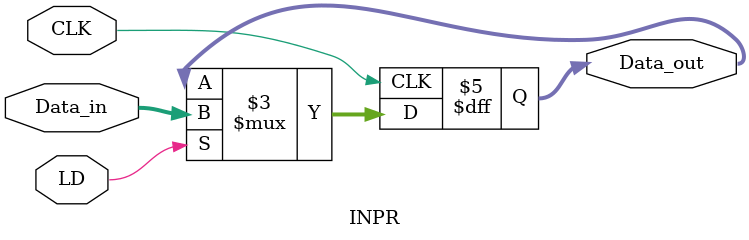
<source format=v>
module AR_Register
#(parameter m = 16,  // Input width (16 bits)
  parameter A = 12)  // Output width (12 bits)
(
    input [m-1:0] Data_in,  // Input data to load into the register (16 bits)
    input LD,                // Load control signal
    input INR,               // Increment control signal
    input CLR,               // Clear control signal
    input CLK,               // Clock signal
    output reg [A-1:0] Data_out  // Output data from the register (12 bits)
);
initial begin 
Data_out=16'b0000000000000000;
end
always @(posedge CLK) begin
    // If the clear signal (CLR) is high, reset the register to zero
    if (CLR)
        Data_out = 12'b0;  // Clear the 12-bit output register to 0
    // If the load signal (LD) is high, load the lower 12 bits of the input data into the register
    else if (LD)
        Data_out <= Data_in[A-1:0];  // Only take the lower 12 bits of Data_in
    // If the increment signal (INR) is high, increment the register
    else if (INR)
        Data_out <= Data_out + 1;  // Increment the value in the register
end

endmodule

/*repeat the same proccess for the rest o the registers,depending on the
requirements of each register*/
module PC_Register 
    #(parameter m = 16) 
    (input [m-1:0] Data_in,
     input LD, INR, CLR, CLK,
     output reg [m-1:0] Data_out);  
     
    initial begin 
    Data_out = 16'h012c;
  end 
        
    always @(posedge CLK) 
    begin
      begin
        if (Data_out == 16'b0)
        Data_out = 16'b0000000100101100;
      end  
        if (CLR)
            Data_out <= {m{1'b0}}; 
        else if (LD)
            Data_out <= Data_in;          
        else if (INR)
            Data_out <= Data_out + 1;      
    end
endmodule

module DR_Register 
    #(parameter m = 16) 
    (input [m-1:0] Data_in,
     input LD, INR, CLR, CLK,
     output reg [m-1:0] Data_out);       
initial begin 
Data_out=16'b0000000000000000;
end
    always @(posedge CLK) 
    begin
        if (CLR)
            Data_out <= {m{1'b0}}; 
        else if (LD)
            Data_out <= Data_in;          
        else if (INR)
            Data_out <= Data_out + 1;      
    end
endmodule
module AC_Register 

    #(parameter m = 16) 
    (input [m-1:0] Data_in,
     input LD, INR, CLR, CLK,
     output reg [m-1:0] Data_out);       
    initial begin 
	Data_out=16'b0000000000000000;
	end
    always @(posedge CLK) 
    begin
        if (CLR)
            Data_out = {m{1'b0}}; 
        else if (LD)
            Data_out = Data_in;          
        else if (INR)
            Data_out = Data_out + 1;      
    end
endmodule
module IR_Register 
    #(parameter m = 16) 
    (input [m-1:0] Data_in,
     input LD, CLK,
     output reg [m-1:0] Data_out);       
initial begin 
Data_out=16'b0000000000000000;
end
    always @(posedge CLK) 
    begin
        if (LD)
            Data_out = Data_in;                
    end
endmodule
module TR_Register 
    #(parameter m = 16) 
    (input [m-1:0] Data_in,
     input LD, INR, CLR, CLK,
     output reg [m-1:0] Data_out);       
initial begin 
Data_out=16'b0000000000000000;
end
    always @(posedge CLK) 
    begin
        if (CLR)
            Data_out = {m{1'b0}}; 
        else if (LD)
            Data_out = Data_in;
        else if (INR)
            Data_out = Data_out + 1;      
    end
endmodule
module OUTR
    #(parameter u = 8)
    (input [u-1:0] Data_in,
     input CLK,LD,
     output reg [u-1:0] Data_out);
     
    always @(posedge CLK) 
    begin
        if (LD) begin 
		
           Data_out = Data_in;    
        end 		   
  end 
endmodule




module INPR
    #(parameter u = 8)
    (input [u-1:0] Data_in,
     input CLK,LD,
     output reg [u-1:0] Data_out);
     
    always @(posedge CLK) 
    begin
     if (LD) begin
        Data_out = Data_in;  
	end	
  end
endmodule
</source>
